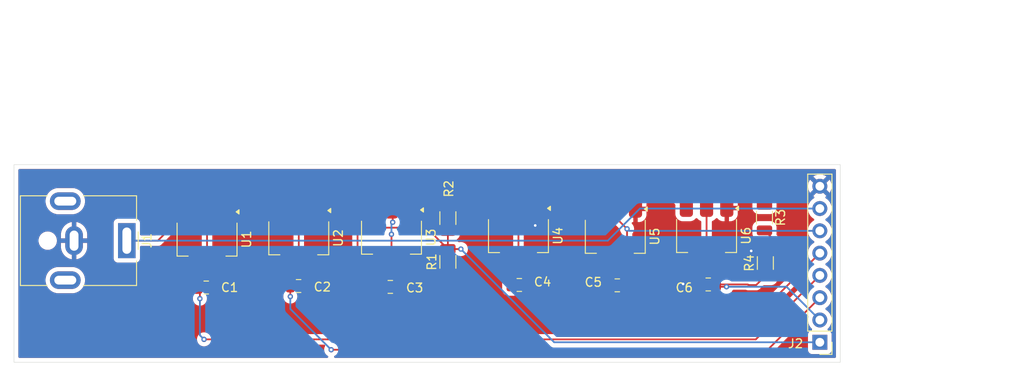
<source format=kicad_pcb>
(kicad_pcb (version 20241229) (generator "pcbnew") (generator_version "9.0")
  (layers (0 "F.Cu" signal) (2 "B.Cu" signal) (13 "F.Paste" user) (15 "B.Paste" user) (5 "F.SilkS" user "F.Silkscreen") (7 "B.SilkS" user "B.Silkscreen") (1 "F.Mask" user) (3 "B.Mask" user) (25 "Edge.Cuts" user))
  (net 0 "")
  (net 1 "GND")
  (net 2 "1.8V")
  (net 3 "1.5V")
  (net 4 "1V")
  (net 5 "3.3V")
  (net 6 "5V")
  (net 7 "1.25V")
  (net 8 "12V")
  (net 9 "Net-(U3-VO)")
  (net 10 "Net-(U6-VO)")
  (footprint "Package_TO_SOT_SMD:SOT-223-3_TabPin2" (layer "F.Cu") (at 136.75 111.12 -90)
    (property "Reference" "U2" (at 0 -4.5 90) (layer "F.SilkS"))
    (property "Value" "AMS1117-1.5")
    (fp_line (start -1.85 3.41) (end 1.91 3.41) (stroke (width 0.12)) (layer "F.SilkS"))
    (fp_line (start 1.91 3.41) (end 1.91 2.15) (stroke (width 0.12)) (layer "F.SilkS"))
    (fp_line (start -1.85 -3.41) (end 1.91 -3.41) (stroke (width 0.12)) (layer "F.SilkS"))
    (fp_line (start 1.91 -3.41) (end 1.91 -2.15) (stroke (width 0.12)) (layer "F.SilkS"))
    (fp_poly (pts (xy -3.13 -3.31) (xy -3.37 -3.64) (xy -2.89 -3.64) (xy -3.13 -3.31)) (stroke (width 0.12)) (fill yes) (layer "F.SilkS"))
    (pad "1" smd roundrect (at -3.15 -2.3 270) (size 2 1.5) (layers "F.Cu" "F.Mask" "F.Paste") (net 1 "GND"))
    (pad "2" smd roundrect (at -3.15 0 270) (size 2 1.5) (layers "F.Cu" "F.Mask" "F.Paste") (net 3 "1.5V"))
    (pad "2" smd roundrect (at 3.15 0 270) (size 2 3.8) (layers "F.Cu" "F.Mask" "F.Paste") (net 3 "1.5V"))
    (pad "3" smd roundrect (at -3.15 2.3 270) (size 2 1.5) (layers "F.Cu" "F.Mask" "F.Paste") (net 8 "12V"))
  )
  (footprint "Capacitor_SMD:C_0805_2012Metric" (layer "F.Cu") (at 173 116.51)
    (property "Reference" "C5" (at -2.73 -0.35 0) (layer "F.SilkS"))
    (property "Value" "22uF")
    (fp_line (start -0.261252 -0.735) (end 0.261252 -0.735) (stroke (width 0.12)) (layer "F.SilkS"))
    (fp_line (start -0.261252 0.735) (end 0.261252 0.735) (stroke (width 0.12)) (layer "F.SilkS"))
    (pad "1" smd roundrect (at -0.95 0) (size 1 1.45) (layers "F.Cu" "F.Mask" "F.Paste") (net 6 "5V"))
    (pad "2" smd roundrect (at 0.95 0) (size 1 1.45) (layers "F.Cu" "F.Mask" "F.Paste") (net 1 "GND"))
  )
  (footprint "Connector_PinHeader_2.54mm:PinHeader_1x08_P2.54mm_Vertical" (layer "F.Cu") (at 196.05 123 180)
    (property "Reference" "J2" (at 2.76 -0.16 0) (layer "F.SilkS"))
    (property "Value" "Conn_01x08_Pin" (hide yes))
    (fp_line (start 1.38 1.27) (end 1.38 19.16) (stroke (width 0.12)) (layer "F.SilkS"))
    (fp_line (start -1.38 19.16) (end 1.38 19.16) (stroke (width 0.12)) (layer "F.SilkS"))
    (fp_line (start -1.38 1.27) (end 1.38 1.27) (stroke (width 0.12)) (layer "F.SilkS"))
    (fp_line (start -1.38 1.27) (end -1.38 19.16) (stroke (width 0.12)) (layer "F.SilkS"))
    (fp_line (start -1.38 0) (end -1.38 -1.38) (stroke (width 0.12)) (layer "F.SilkS"))
    (fp_line (start -1.38 -1.38) (end 0 -1.38) (stroke (width 0.12)) (layer "F.SilkS"))
    (pad "1" thru_hole rect (at 0 0 180) (size 1.7 1.7) (drill 1) (layers "*.Cu" "*.Mask") (net 4 "1V"))
    (pad "2" thru_hole circle (at 0 2.54 180) (size 1.7 1.7) (drill 1) (layers "*.Cu" "*.Mask") (net 7 "1.25V"))
    (pad "3" thru_hole circle (at 0 5.08 180) (size 1.7 1.7) (drill 1) (layers "*.Cu" "*.Mask") (net 3 "1.5V"))
    (pad "4" thru_hole circle (at 0 7.62 180) (size 1.7 1.7) (drill 1) (layers "*.Cu" "*.Mask") (net 2 "1.8V"))
    (pad "5" thru_hole circle (at 0 10.16 180) (size 1.7 1.7) (drill 1) (layers "*.Cu" "*.Mask") (net 5 "3.3V"))
    (pad "6" thru_hole circle (at 0 12.7 180) (size 1.7 1.7) (drill 1) (layers "*.Cu" "*.Mask") (net 6 "5V"))
    (pad "7" thru_hole circle (at 0 15.24 180) (size 1.7 1.7) (drill 1) (layers "*.Cu" "*.Mask") (net 8 "12V"))
    (pad "8" thru_hole circle (at 0 17.78 180) (size 1.7 1.7) (drill 1) (layers "*.Cu" "*.Mask") (net 1 "GND"))
  )
  (footprint "Capacitor_SMD:C_0805_2012Metric" (layer "F.Cu") (at 147.17 116.69)
    (property "Reference" "C3" (at 2.77 0.11 0) (layer "F.SilkS"))
    (property "Value" "22uF")
    (fp_line (start -0.261252 -0.735) (end 0.261252 -0.735) (stroke (width 0.12)) (layer "F.SilkS"))
    (fp_line (start -0.261252 0.735) (end 0.261252 0.735) (stroke (width 0.12)) (layer "F.SilkS"))
    (pad "1" smd roundrect (at -0.95 0) (size 1 1.45) (layers "F.Cu" "F.Mask" "F.Paste") (net 4 "1V"))
    (pad "2" smd roundrect (at 0.95 0) (size 1 1.45) (layers "F.Cu" "F.Mask" "F.Paste") (net 1 "GND"))
  )
  (footprint "Package_TO_SOT_SMD:SOT-223-3_TabPin2" (layer "F.Cu") (at 172.7725 110.95 -90)
    (property "Reference" "U5" (at 0 -4.5 90) (layer "F.SilkS"))
    (property "Value" "AMS1117-5.0")
    (fp_line (start -1.85 3.41) (end 1.91 3.41) (stroke (width 0.12)) (layer "F.SilkS"))
    (fp_line (start 1.91 3.41) (end 1.91 2.15) (stroke (width 0.12)) (layer "F.SilkS"))
    (fp_line (start -1.85 -3.41) (end 1.91 -3.41) (stroke (width 0.12)) (layer "F.SilkS"))
    (fp_line (start 1.91 -3.41) (end 1.91 -2.15) (stroke (width 0.12)) (layer "F.SilkS"))
    (fp_poly (pts (xy -3.13 -3.31) (xy -3.37 -3.64) (xy -2.89 -3.64) (xy -3.13 -3.31)) (stroke (width 0.12)) (fill yes) (layer "F.SilkS"))
    (pad "1" smd roundrect (at -3.15 -2.3 270) (size 2 1.5) (layers "F.Cu" "F.Mask" "F.Paste") (net 1 "GND"))
    (pad "2" smd roundrect (at -3.15 0 270) (size 2 1.5) (layers "F.Cu" "F.Mask" "F.Paste") (net 6 "5V"))
    (pad "2" smd roundrect (at 3.15 0 270) (size 2 3.8) (layers "F.Cu" "F.Mask" "F.Paste") (net 6 "5V"))
    (pad "3" smd roundrect (at -3.15 2.3 270) (size 2 1.5) (layers "F.Cu" "F.Mask" "F.Paste") (net 8 "12V"))
  )
  (footprint "Capacitor_SMD:C_0805_2012Metric" (layer "F.Cu") (at 136.73 116.59)
    (property "Reference" "C2" (at 2.71 0.11 0) (layer "F.SilkS"))
    (property "Value" "22uF")
    (fp_line (start -0.261252 -0.735) (end 0.261252 -0.735) (stroke (width 0.12)) (layer "F.SilkS"))
    (fp_line (start -0.261252 0.735) (end 0.261252 0.735) (stroke (width 0.12)) (layer "F.SilkS"))
    (pad "1" smd roundrect (at -0.95 0) (size 1 1.45) (layers "F.Cu" "F.Mask" "F.Paste") (net 3 "1.5V"))
    (pad "2" smd roundrect (at 0.95 0) (size 1 1.45) (layers "F.Cu" "F.Mask" "F.Paste") (net 1 "GND"))
  )
  (footprint "Package_TO_SOT_SMD:SOT-223-3_TabPin2" (layer "F.Cu") (at 147.3025 111.05 -90)
    (property "Reference" "U3" (at 0 -4.5 90) (layer "F.SilkS"))
    (property "Value" "AMS1117-1.5")
    (fp_line (start -1.85 3.41) (end 1.91 3.41) (stroke (width 0.12)) (layer "F.SilkS"))
    (fp_line (start 1.91 3.41) (end 1.91 2.15) (stroke (width 0.12)) (layer "F.SilkS"))
    (fp_line (start -1.85 -3.41) (end 1.91 -3.41) (stroke (width 0.12)) (layer "F.SilkS"))
    (fp_line (start 1.91 -3.41) (end 1.91 -2.15) (stroke (width 0.12)) (layer "F.SilkS"))
    (fp_poly (pts (xy -3.13 -3.31) (xy -3.37 -3.64) (xy -2.89 -3.64) (xy -3.13 -3.31)) (stroke (width 0.12)) (fill yes) (layer "F.SilkS"))
    (pad "1" smd roundrect (at -3.15 -2.3 270) (size 2 1.5) (layers "F.Cu" "F.Mask" "F.Paste") (net 1 "GND"))
    (pad "2" smd roundrect (at -3.15 0 270) (size 2 1.5) (layers "F.Cu" "F.Mask" "F.Paste") (net 9 "Net-(U3-VO)"))
    (pad "2" smd roundrect (at 3.15 0 270) (size 2 3.8) (layers "F.Cu" "F.Mask" "F.Paste") (net 9 "Net-(U3-VO)"))
    (pad "3" smd roundrect (at -3.15 2.3 270) (size 2 1.5) (layers "F.Cu" "F.Mask" "F.Paste") (net 8 "12V"))
  )
  (footprint "Resistor_SMD:R_1206_3216Metric" (layer "F.Cu") (at 189.75 108.79 -90)
    (property "Reference" "R3" (at 0 -1.83 90) (layer "F.SilkS"))
    (property "Value" "2K")
    (fp_line (start -0.727064 0.91) (end 0.727064 0.91) (stroke (width 0.12)) (layer "F.SilkS"))
    (fp_line (start -0.727064 -0.91) (end 0.727064 -0.91) (stroke (width 0.12)) (layer "F.SilkS"))
    (pad "1" smd roundrect (at -1.4625 0 270) (size 1.125 1.75) (layers "F.Cu" "F.Mask" "F.Paste") (roundrect_rratio 0.222222) (net 10 "Net-(U6-VO)"))
    (pad "2" smd roundrect (at 1.4625 0 270) (size 1.125 1.75) (layers "F.Cu" "F.Mask" "F.Paste") (roundrect_rratio 0.222222) (net 7 "1.25V"))
  )
  (footprint "Resistor_SMD:R_1206_3216Metric" (layer "F.Cu") (at 153.72 108.85 90)
    (property "Reference" "R2" (at 3.34 0.11 90) (layer "F.SilkS"))
    (property "Value" "10K")
    (fp_line (start -0.727064 -0.91) (end 0.727064 -0.91) (stroke (width 0.12)) (layer "F.SilkS"))
    (fp_line (start -0.727064 0.91) (end 0.727064 0.91) (stroke (width 0.12)) (layer "F.SilkS"))
    (pad "1" smd roundrect (at -1.4625 0 90) (size 1.125 1.75) (layers "F.Cu" "F.Mask" "F.Paste") (roundrect_rratio 0.222222) (net 4 "1V"))
    (pad "2" smd roundrect (at 1.4625 0 90) (size 1.125 1.75) (layers "F.Cu" "F.Mask" "F.Paste") (roundrect_rratio 0.222222) (net 1 "GND"))
  )
  (footprint "Connector_BarrelJack:BarrelJack_CUI_PJ-063AH_Horizontal" (layer "F.Cu") (at 117.18 111.42 -90)
    (property "Reference" "J1" (at 0 -2.3 90) (layer "F.SilkS"))
    (property "Value" "Barrel_Jack_Switch")
    (fp_line (start -5.11 12.11) (end -5.11 9.05) (stroke (width 0.12)) (layer "F.SilkS"))
    (fp_line (start 5.11 12.11) (end -5.11 12.11) (stroke (width 0.12)) (layer "F.SilkS"))
    (fp_line (start 5.11 9.05) (end 5.11 12.11) (stroke (width 0.12)) (layer "F.SilkS"))
    (fp_line (start -5.11 4.95) (end -5.11 -1.11) (stroke (width 0.12)) (layer "F.SilkS"))
    (fp_line (start -5.11 -1.11) (end -2.3 -1.11) (stroke (width 0.12)) (layer "F.SilkS"))
    (fp_line (start 2.3 -1.11) (end 5.11 -1.11) (stroke (width 0.12)) (layer "F.SilkS"))
    (fp_line (start 5.11 -1.11) (end 5.11 4.95) (stroke (width 0.12)) (layer "F.SilkS"))
    (fp_line (start -1 -1.3) (end 1 -1.3) (stroke (width 0.12)) (layer "F.SilkS"))
    (pad "" np_thru_hole circle (at 0 9 270) (size 1.6 1.6) (drill 1.6) (layers "*.Cu" "*.Mask"))
    (pad "1" thru_hole rect (at 0 0 270) (size 4 2) (drill oval 3 1) (layers "*.Cu" "*.Mask") (net 8 "12V"))
    (pad "2" thru_hole oval (at 0 6 270) (size 3.3 2) (drill oval 2.3 1) (layers "*.Cu" "*.Mask") (net 1 "GND"))
    (pad "MP" thru_hole oval (at -4.5 7 270) (size 2 3.5) (drill oval 1 2.5) (layers "*.Cu" "*.Mask"))
    (pad "MP" thru_hole oval (at 4.5 7 270) (size 2 3.5) (drill oval 1 2.5) (layers "*.Cu" "*.Mask"))
  )
  (footprint "Package_TO_SOT_SMD:SOT-223-3_TabPin2" (layer "F.Cu") (at 183.16 110.86 -90)
    (property "Reference" "U6" (at 0 -4.5 90) (layer "F.SilkS"))
    (property "Value" "AMS1117-1.5")
    (fp_line (start -1.85 3.41) (end 1.91 3.41) (stroke (width 0.12)) (layer "F.SilkS"))
    (fp_line (start 1.91 3.41) (end 1.91 2.15) (stroke (width 0.12)) (layer "F.SilkS"))
    (fp_line (start -1.85 -3.41) (end 1.91 -3.41) (stroke (width 0.12)) (layer "F.SilkS"))
    (fp_line (start 1.91 -3.41) (end 1.91 -2.15) (stroke (width 0.12)) (layer "F.SilkS"))
    (fp_poly (pts (xy -3.13 -3.31) (xy -3.37 -3.64) (xy -2.89 -3.64) (xy -3.13 -3.31)) (stroke (width 0.12)) (fill yes) (layer "F.SilkS"))
    (pad "1" smd roundrect (at -3.15 -2.3 270) (size 2 1.5) (layers "F.Cu" "F.Mask" "F.Paste") (net 1 "GND"))
    (pad "2" smd roundrect (at -3.15 0 270) (size 2 1.5) (layers "F.Cu" "F.Mask" "F.Paste") (net 10 "Net-(U6-VO)"))
    (pad "2" smd roundrect (at 3.15 0 270) (size 2 3.8) (layers "F.Cu" "F.Mask" "F.Paste") (net 10 "Net-(U6-VO)"))
    (pad "3" smd roundrect (at -3.15 2.3 270) (size 2 1.5) (layers "F.Cu" "F.Mask" "F.Paste") (net 8 "12V"))
  )
  (footprint "Capacitor_SMD:C_0805_2012Metric" (layer "F.Cu") (at 183.35 116.41 180)
    (property "Reference" "C6" (at 2.73 -0.37 0) (layer "F.SilkS"))
    (property "Value" "22uF")
    (fp_line (start -0.261252 0.735) (end 0.261252 0.735) (stroke (width 0.12)) (layer "F.SilkS"))
    (fp_line (start -0.261252 -0.735) (end 0.261252 -0.735) (stroke (width 0.12)) (layer "F.SilkS"))
    (pad "1" smd roundrect (at -0.95 0 180) (size 1 1.45) (layers "F.Cu" "F.Mask" "F.Paste") (net 7 "1.25V"))
    (pad "2" smd roundrect (at 0.95 0 180) (size 1 1.45) (layers "F.Cu" "F.Mask" "F.Paste") (net 1 "GND"))
  )
  (footprint "Resistor_SMD:R_1206_3216Metric" (layer "F.Cu") (at 189.85 113.97 90)
    (property "Reference" "R4" (at 0 -1.83 90) (layer "F.SilkS"))
    (property "Value" "10K")
    (fp_line (start -0.727064 -0.91) (end 0.727064 -0.91) (stroke (width 0.12)) (layer "F.SilkS"))
    (fp_line (start -0.727064 0.91) (end 0.727064 0.91) (stroke (width 0.12)) (layer "F.SilkS"))
    (pad "1" smd roundrect (at -1.4625 0 90) (size 1.125 1.75) (layers "F.Cu" "F.Mask" "F.Paste") (roundrect_rratio 0.222222) (net 7 "1.25V"))
    (pad "2" smd roundrect (at 1.4625 0 90) (size 1.125 1.75) (layers "F.Cu" "F.Mask" "F.Paste") (roundrect_rratio 0.222222) (net 1 "GND"))
  )
  (footprint "Package_TO_SOT_SMD:SOT-223-3_TabPin2" (layer "F.Cu") (at 161.7525 110.87 -90)
    (property "Reference" "U4" (at 0 -4.5 90) (layer "F.SilkS"))
    (property "Value" "AMS1117-3.3")
    (fp_line (start -1.85 3.41) (end 1.91 3.41) (stroke (width 0.12)) (layer "F.SilkS"))
    (fp_line (start 1.91 3.41) (end 1.91 2.15) (stroke (width 0.12)) (layer "F.SilkS"))
    (fp_line (start -1.85 -3.41) (end 1.91 -3.41) (stroke (width 0.12)) (layer "F.SilkS"))
    (fp_line (start 1.91 -3.41) (end 1.91 -2.15) (stroke (width 0.12)) (layer "F.SilkS"))
    (fp_poly (pts (xy -3.13 -3.31) (xy -3.37 -3.64) (xy -2.89 -3.64) (xy -3.13 -3.31)) (stroke (width 0.12)) (fill yes) (layer "F.SilkS"))
    (pad "1" smd roundrect (at -3.15 -2.3 270) (size 2 1.5) (layers "F.Cu" "F.Mask" "F.Paste") (net 1 "GND"))
    (pad "2" smd roundrect (at -3.15 0 270) (size 2 1.5) (layers "F.Cu" "F.Mask" "F.Paste") (net 5 "3.3V"))
    (pad "2" smd roundrect (at 3.15 0 270) (size 2 3.8) (layers "F.Cu" "F.Mask" "F.Paste") (net 5 "3.3V"))
    (pad "3" smd roundrect (at -3.15 2.3 270) (size 2 1.5) (layers "F.Cu" "F.Mask" "F.Paste") (net 8 "12V"))
  )
  (footprint "Capacitor_SMD:C_0805_2012Metric" (layer "F.Cu") (at 161.85 116.47)
    (property "Reference" "C4" (at 2.65 -0.34 0) (layer "F.SilkS"))
    (property "Value" "22uF")
    (fp_line (start -0.261252 -0.735) (end 0.261252 -0.735) (stroke (width 0.12)) (layer "F.SilkS"))
    (fp_line (start -0.261252 0.735) (end 0.261252 0.735) (stroke (width 0.12)) (layer "F.SilkS"))
    (pad "1" smd roundrect (at -0.95 0) (size 1 1.45) (layers "F.Cu" "F.Mask" "F.Paste") (net 5 "3.3V"))
    (pad "2" smd roundrect (at 0.95 0) (size 1 1.45) (layers "F.Cu" "F.Mask" "F.Paste") (net 1 "GND"))
  )
  (footprint "Capacitor_SMD:C_0805_2012Metric" (layer "F.Cu") (at 126.22 116.76)
    (property "Reference" "C1" (at 2.66 0 0) (layer "F.SilkS"))
    (property "Value" "22uF")
    (fp_line (start -0.261252 -0.735) (end 0.261252 -0.735) (stroke (width 0.12)) (layer "F.SilkS"))
    (fp_line (start -0.261252 0.735) (end 0.261252 0.735) (stroke (width 0.12)) (layer "F.SilkS"))
    (pad "1" smd roundrect (at -0.95 0) (size 1 1.45) (layers "F.Cu" "F.Mask" "F.Paste") (net 2 "1.8V"))
    (pad "2" smd roundrect (at 0.95 0) (size 1 1.45) (layers "F.Cu" "F.Mask" "F.Paste") (net 1 "GND"))
  )
  (footprint "Package_TO_SOT_SMD:SOT-223-3_TabPin2" (layer "F.Cu") (at 126.3125 111.27 -90)
    (property "Reference" "U1" (at 0 -4.5 90) (layer "F.SilkS"))
    (property "Value" "AMS1117-1.8")
    (fp_line (start -1.85 3.41) (end 1.91 3.41) (stroke (width 0.12)) (layer "F.SilkS"))
    (fp_line (start 1.91 3.41) (end 1.91 2.15) (stroke (width 0.12)) (layer "F.SilkS"))
    (fp_line (start -1.85 -3.41) (end 1.91 -3.41) (stroke (width 0.12)) (layer "F.SilkS"))
    (fp_line (start 1.91 -3.41) (end 1.91 -2.15) (stroke (width 0.12)) (layer "F.SilkS"))
    (fp_poly (pts (xy -3.13 -3.31) (xy -3.37 -3.64) (xy -2.89 -3.64) (xy -3.13 -3.31)) (stroke (width 0.12)) (fill yes) (layer "F.SilkS"))
    (pad "1" smd roundrect (at -3.15 -2.3 270) (size 2 1.5) (layers "F.Cu" "F.Mask" "F.Paste") (net 1 "GND"))
    (pad "2" smd roundrect (at -3.15 0 270) (size 2 1.5) (layers "F.Cu" "F.Mask" "F.Paste") (net 2 "1.8V"))
    (pad "2" smd roundrect (at 3.15 0 270) (size 2 3.8) (layers "F.Cu" "F.Mask" "F.Paste") (net 2 "1.8V"))
    (pad "3" smd roundrect (at -3.15 2.3 270) (size 2 1.5) (layers "F.Cu" "F.Mask" "F.Paste") (net 8 "12V"))
  )
  (footprint "Resistor_SMD:R_1206_3216Metric" (layer "F.Cu") (at 153.72 113.84 90)
    (property "Reference" "R1" (at 0 -1.83 90) (layer "F.SilkS"))
    (property "Value" "5K")
    (fp_line (start -0.727064 -0.91) (end 0.727064 -0.91) (stroke (width 0.12)) (layer "F.SilkS"))
    (fp_line (start -0.727064 0.91) (end 0.727064 0.91) (stroke (width 0.12)) (layer "F.SilkS"))
    (pad "1" smd roundrect (at -1.4625 0 90) (size 1.125 1.75) (layers "F.Cu" "F.Mask" "F.Paste") (roundrect_rratio 0.222222) (net 9 "Net-(U3-VO)"))
    (pad "2" smd roundrect (at 1.4625 0 90) (size 1.125 1.75) (layers "F.Cu" "F.Mask" "F.Paste") (roundrect_rratio 0.222222) (net 4 "1V"))
  )
  (gr_rect (start 104.34 102.76) (end 198.38 125.28) (stroke (width 0.05)) (fill no) (layer "Edge.Cuts"))
  (segment (start 189.85 112.5075) (end 188.3225 112.5075) (width 0.2) (layer "F.Cu") (net 1))
  (segment (start 173.95 116.51) (end 180.33 116.51) (width 0.2) (layer "F.Cu") (net 1))
  (segment (start 164.0525 109.2975) (end 163.66 109.69) (width 0.2) (layer "F.Cu") (net 1))
  (segment (start 188.3225 112.5075) (end 188.24 112.59) (width 0.2) (layer "F.Cu") (net 1))
  (segment (start 180.33 116.51) (end 180.49 116.35) (width 0.2) (layer "F.Cu") (net 1))
  (segment (start 180.55 116.41) (end 180.49 116.35) (width 0.2) (layer "F.Cu") (net 1))
  (segment (start 164.0525 107.72) (end 164.0525 109.2975) (width 0.2) (layer "F.Cu") (net 1))
  (segment (start 182.4 116.41) (end 180.55 116.41) (width 0.2) (layer "F.Cu") (net 1))
  (via (at 163.66 109.69) (size 0.6) (drill 0.3) (layers "F.Cu" "B.Cu") (net 1))
  (via (at 180.49 116.35) (size 0.6) (drill 0.3) (layers "F.Cu" "B.Cu") (net 1))
  (via (at 188.24 112.59) (size 0.6) (drill 0.3) (layers "F.Cu" "B.Cu") (net 1))
  (segment (start 163.66 109.69) (end 163.71 109.74) (width 0.2) (layer "B.Cu") (net 1))
  (segment (start 125.5 116.99) (end 125.27 116.76) (width 0.2) (layer "F.Cu") (net 2))
  (segment (start 125.27 116.76) (end 125.27 115.4625) (width 0.2) (layer "F.Cu") (net 2))
  (segment (start 196.05 115.38) (end 188.76 122.67) (width 0.2) (layer "F.Cu") (net 2))
  (segment (start 126.3125 114.42) (end 126.3125 108.12) (width 0.2) (layer "F.Cu") (net 2))
  (segment (start 125.27 115.4625) (end 126.3125 114.42) (width 0.2) (layer "F.Cu") (net 2))
  (segment (start 188.76 122.67) (end 125.97 122.67) (width 0.2) (layer "F.Cu") (net 2))
  (segment (start 125.5 118.03) (end 125.5 116.99) (width 0.2) (layer "F.Cu") (net 2))
  (via (at 125.97 122.67) (size 0.6) (drill 0.3) (layers "F.Cu" "B.Cu") (net 2))
  (via (at 125.5 118.03) (size 0.6) (drill 0.3) (layers "F.Cu" "B.Cu") (net 2))
  (segment (start 125.97 122.67) (end 125.5 122.2) (width 0.2) (layer "B.Cu") (net 2))
  (segment (start 125.5 122.2) (end 125.5 118.03) (width 0.2) (layer "B.Cu") (net 2))
  (segment (start 135.78 115.24) (end 136.75 114.27) (width 0.2) (layer "F.Cu") (net 3))
  (segment (start 190.12 123.85) (end 140.44 123.85) (width 0.2) (layer "F.Cu") (net 3))
  (segment (start 135.79 116.6) (end 135.78 116.59) (width 0.2) (layer "F.Cu") (net 3))
  (segment (start 135.78 116.59) (end 135.78 115.24) (width 0.2) (layer "F.Cu") (net 3))
  (segment (start 196.05 117.92) (end 190.12 123.85) (width 0.2) (layer "F.Cu") (net 3))
  (segment (start 135.79 117.79) (end 135.79 116.6) (width 0.2) (layer "F.Cu") (net 3))
  (segment (start 136.75 114.27) (end 136.75 107.97) (width 0.2) (layer "F.Cu") (net 3))
  (via (at 135.79 117.79) (size 0.6) (drill 0.3) (layers "F.Cu" "B.Cu") (net 3))
  (via (at 140.44 123.85) (size 0.6) (drill 0.3) (layers "F.Cu" "B.Cu") (net 3))
  (segment (start 140.44 123.85) (end 135.79 119.2) (width 0.2) (layer "B.Cu") (net 3))
  (segment (start 135.79 119.2) (end 135.79 117.79) (width 0.2) (layer "B.Cu") (net 3))
  (segment (start 153.72 110.3125) (end 153.72 112.3775) (width 0.2) (layer "F.Cu") (net 4))
  (segment (start 143.44 109.94) (end 143.44 113.91) (width 0.2) (layer "F.Cu") (net 4))
  (segment (start 151.2825 109.94) (end 143.44 109.94) (width 0.2) (layer "F.Cu") (net 4))
  (segment (start 155.2 112.38) (end 153.7225 112.38) (width 0.2) (layer "F.Cu") (net 4))
  (segment (start 153.72 112.3775) (end 151.2825 109.94) (width 0.2) (layer "F.Cu") (net 4))
  (segment (start 153.7225 112.38) (end 153.72 112.3775) (width 0.2) (layer "F.Cu") (net 4))
  (segment (start 143.44 113.91) (end 146.22 116.69) (width 0.2) (layer "F.Cu") (net 4))
  (via (at 155.2 112.38) (size 0.6) (drill 0.3) (layers "F.Cu" "B.Cu") (net 4))
  (segment (start 165.82 123) (end 155.2 112.38) (width 0.2) (layer "B.Cu") (net 4))
  (segment (start 196.05 123) (end 165.82 123) (width 0.2) (layer "B.Cu") (net 4))
  (segment (start 171.0225 117.99) (end 167.0525 114.02) (width 0.2) (layer "F.Cu") (net 5))
  (segment (start 190.9 117.99) (end 171.0225 117.99) (width 0.2) (layer "F.Cu") (net 5))
  (segment (start 160.9 114.8725) (end 161.7525 114.02) (width 0.2) (layer "F.Cu") (net 5))
  (segment (start 160.9 116.47) (end 160.9 114.8725) (width 0.2) (layer "F.Cu") (net 5))
  (segment (start 196.05 112.84) (end 190.9 117.99) (width 0.2) (layer "F.Cu") (net 5))
  (segment (start 161.7525 114.02) (end 161.7525 107.72) (width 0.2) (layer "F.Cu") (net 5))
  (segment (start 167.0525 114.02) (end 161.7525 114.02) (width 0.2) (layer "F.Cu") (net 5))
  (segment (start 174.11 112.7625) (end 174.11 110.08) (width 0.2) (layer "F.Cu") (net 6))
  (segment (start 172.05 116.51) (end 172.05 114.8225) (width 0.2) (layer "F.Cu") (net 6))
  (segment (start 172.7725 114.1) (end 174.11 112.7625) (width 0.2) (layer "F.Cu") (net 6))
  (segment (start 174.11 110.08) (end 172.7725 108.7425) (width 0.2) (layer "F.Cu") (net 6))
  (segment (start 172.7725 108.7425) (end 172.7725 107.8) (width 0.2) (layer "F.Cu") (net 6))
  (segment (start 172.05 114.8225) (end 172.7725 114.1) (width 0.2) (layer "F.Cu") (net 6))
  (via (at 174.11 110.08) (size 0.6) (drill 0.3) (layers "F.Cu" "B.Cu") (net 6))
  (segment (start 196.05 110.3) (end 174.33 110.3) (width 0.2) (layer "B.Cu") (net 6))
  (segment (start 174.33 110.3) (end 174.11 110.08) (width 0.2) (layer "B.Cu") (net 6))
  (segment (start 187.92 116.48) (end 187.85 116.41) (width 0.2) (layer "F.Cu") (net 7))
  (segment (start 188.01 116.48) (end 187.92 116.48) (width 0.2) (layer "F.Cu") (net 7))
  (segment (start 191.026 111.5285) (end 191.026 114.2565) (width 0.2) (layer "F.Cu") (net 7))
  (segment (start 188.8025 116.48) (end 188.01 116.48) (width 0.2) (layer "F.Cu") (net 7))
  (segment (start 191.026 114.2565) (end 189.85 115.4325) (width 0.2) (layer "F.Cu") (net 7))
  (segment (start 185.43 116.67) (end 184.56 116.67) (width 0.2) (layer "F.Cu") (net 7))
  (segment (start 189.75 110.2525) (end 191.026 111.5285) (width 0.2) (layer "F.Cu") (net 7))
  (segment (start 189.85 115.4325) (end 188.8025 116.48) (width 0.2) (layer "F.Cu") (net 7))
  (segment (start 187.85 116.41) (end 184.3 116.41) (width 0.2) (layer "F.Cu") (net 7))
  (segment (start 184.56 116.67) (end 184.3 116.41) (width 0.2) (layer "F.Cu") (net 7))
  (via (at 185.43 116.67) (size 0.6) (drill 0.3) (layers "F.Cu" "B.Cu") (net 7))
  (segment (start 192.26 116.67) (end 185.43 116.67) (width 0.2) (layer "B.Cu") (net 7))
  (segment (start 196.05 120.46) (end 192.26 116.67) (width 0.2) (layer "B.Cu") (net 7))
  (segment (start 146.4625 106.44) (end 158.1725 106.44) (width 0.2) (layer "F.Cu") (net 8))
  (segment (start 145.0025 107.9) (end 146.4625 106.44) (width 0.2) (layer "F.Cu") (net 8))
  (segment (start 171.7735 106.499) (end 170.4725 107.8) (width 0.2) (layer "F.Cu") (net 8))
  (segment (start 135.751 106.669) (end 143.7715 106.669) (width 0.2) (layer "F.Cu") (net 8))
  (segment (start 158.1725 106.44) (end 159.4525 107.72) (width 0.2) (layer "F.Cu") (net 8))
  (segment (start 169.0915 106.419) (end 160.7535 106.419) (width 0.2) (layer "F.Cu") (net 8))
  (segment (start 134.45 107.97) (end 135.751 106.669) (width 0.2) (layer "F.Cu") (net 8))
  (segment (start 170.4725 107.8) (end 169.0915 106.419) (width 0.2) (layer "F.Cu") (net 8))
  (segment (start 133.299 106.819) (end 134.45 107.97) (width 0.2) (layer "F.Cu") (net 8))
  (segment (start 125.3135 106.819) (end 133.299 106.819) (width 0.2) (layer "F.Cu") (net 8))
  (segment (start 120.7125 111.42) (end 124.0125 108.12) (width 0.2) (layer "F.Cu") (net 8))
  (segment (start 160.7535 106.419) (end 159.4525 107.72) (width 0.2) (layer "F.Cu") (net 8))
  (segment (start 143.7715 106.669) (end 145.0025 107.9) (width 0.2) (layer "F.Cu") (net 8))
  (segment (start 124.0125 108.12) (end 125.3135 106.819) (width 0.2) (layer "F.Cu") (net 8))
  (segment (start 117.18 111.42) (end 120.7125 111.42) (width 0.2) (layer "F.Cu") (net 8))
  (segment (start 179.649 106.499) (end 171.7735 106.499) (width 0.2) (layer "F.Cu") (net 8))
  (segment (start 180.86 107.71) (end 179.649 106.499) (width 0.2) (layer "F.Cu") (net 8))
  (segment (start 171.920057 111.42) (end 117.18 111.42) (width 0.2) (layer "B.Cu") (net 8))
  (segment (start 175.580057 107.76) (end 171.920057 111.42) (width 0.2) (layer "B.Cu") (net 8))
  (segment (start 196.05 107.76) (end 175.580057 107.76) (width 0.2) (layer "B.Cu") (net 8))
  (segment (start 147.3025 114.2) (end 152.6175 114.2) (width 0.2) (layer "F.Cu") (net 9))
  (segment (start 147.3025 114.2) (end 147.3025 110.6925) (width 0.2) (layer "F.Cu") (net 9))
  (segment (start 147.44 109.32) (end 147.44 108.0375) (width 0.2) (layer "F.Cu") (net 9))
  (segment (start 152.6175 114.2) (end 153.72 115.3025) (width 0.2) (layer "F.Cu") (net 9))
  (segment (start 147.44 108.0375) (end 147.3025 107.9) (width 0.2) (layer "F.Cu") (net 9))
  (segment (start 147.3025 110.6925) (end 147.3 110.69) (width 0.2) (layer "F.Cu") (net 9))
  (via (at 147.44 109.32) (size 0.6) (drill 0.3) (layers "F.Cu" "B.Cu") (net 9))
  (via (at 147.3 110.69) (size 0.6) (drill 0.3) (layers "F.Cu" "B.Cu") (net 9))
  (segment (start 147.3 109.46) (end 147.44 109.32) (width 0.2) (layer "B.Cu") (net 9))
  (segment (start 147.3 110.69) (end 147.3 109.46) (width 0.2) (layer "B.Cu") (net 9))
  (segment (start 184.461 106.409) (end 188.8315 106.409) (width 0.2) (layer "F.Cu") (net 10))
  (segment (start 183.16 114.01) (end 183.16 107.71) (width 0.2) (layer "F.Cu") (net 10))
  (segment (start 188.8315 106.409) (end 189.75 107.3275) (width 0.2) (layer "F.Cu") (net 10))
  (segment (start 183.16 107.71) (end 184.461 106.409) (width 0.2) (layer "F.Cu") (net 10))
  (zone (net 1) (net_name "GND") (layer "F.Cu") (connect_pads (clearance 0.5)) (min_thickness 0.25) (fill yes (thermal_gap 0.5) (thermal_bridge_width 0.5))
    (polygon (pts (xy 199.29 102.3) (xy 103.96 102.3) (xy 103.54 126.95) (xy 106.13 126.3) (xy 199.09 126.29)))
  )
  (zone (net 1) (net_name "GND") (layer "B.Cu") (priority 1) (connect_pads (clearance 0.5)) (min_thickness 0.25) (fill yes (thermal_gap 0.5) (thermal_bridge_width 0.5))
    (polygon (pts (xy 199.63 101.96) (xy 199.63 126.61) (xy 102.98 126.61) (xy 102.75 126.38) (xy 102.75 101.81) (xy 103.14 101.42) (xy 199.09 101.42)))
  )
)
</source>
